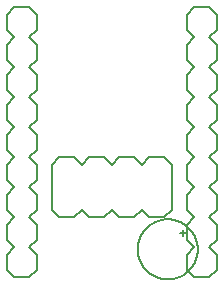
<source format=gtl>
G75*
%MOIN*%
%OFA0B0*%
%FSLAX25Y25*%
%IPPOS*%
%LPD*%
%AMOC8*
5,1,8,0,0,1.08239X$1,22.5*
%
%ADD10C,0.00600*%
%ADD11C,0.00800*%
D10*
X0021500Y0021925D02*
X0019000Y0024425D01*
X0019000Y0039425D01*
X0021500Y0041925D01*
X0026500Y0041925D01*
X0029000Y0039425D01*
X0031500Y0041925D01*
X0036500Y0041925D01*
X0039000Y0039425D01*
X0041500Y0041925D01*
X0046500Y0041925D01*
X0049000Y0039425D01*
X0051500Y0041925D01*
X0056500Y0041925D01*
X0059000Y0039425D01*
X0059000Y0024425D01*
X0056500Y0021925D01*
X0051500Y0021925D01*
X0049000Y0024425D01*
X0046500Y0021925D01*
X0041500Y0021925D01*
X0039000Y0024425D01*
X0036500Y0021925D01*
X0031500Y0021925D01*
X0029000Y0024425D01*
X0026500Y0021925D01*
X0021500Y0021925D01*
X0047750Y0011300D02*
X0047753Y0011545D01*
X0047762Y0011791D01*
X0047777Y0012036D01*
X0047798Y0012280D01*
X0047825Y0012524D01*
X0047858Y0012767D01*
X0047897Y0013010D01*
X0047942Y0013251D01*
X0047993Y0013491D01*
X0048050Y0013730D01*
X0048112Y0013967D01*
X0048181Y0014203D01*
X0048255Y0014437D01*
X0048335Y0014669D01*
X0048420Y0014899D01*
X0048511Y0015127D01*
X0048608Y0015352D01*
X0048710Y0015576D01*
X0048818Y0015796D01*
X0048931Y0016014D01*
X0049049Y0016229D01*
X0049173Y0016441D01*
X0049301Y0016650D01*
X0049435Y0016856D01*
X0049574Y0017058D01*
X0049718Y0017257D01*
X0049867Y0017452D01*
X0050020Y0017644D01*
X0050178Y0017832D01*
X0050340Y0018016D01*
X0050508Y0018195D01*
X0050679Y0018371D01*
X0050855Y0018542D01*
X0051034Y0018710D01*
X0051218Y0018872D01*
X0051406Y0019030D01*
X0051598Y0019183D01*
X0051793Y0019332D01*
X0051992Y0019476D01*
X0052194Y0019615D01*
X0052400Y0019749D01*
X0052609Y0019877D01*
X0052821Y0020001D01*
X0053036Y0020119D01*
X0053254Y0020232D01*
X0053474Y0020340D01*
X0053698Y0020442D01*
X0053923Y0020539D01*
X0054151Y0020630D01*
X0054381Y0020715D01*
X0054613Y0020795D01*
X0054847Y0020869D01*
X0055083Y0020938D01*
X0055320Y0021000D01*
X0055559Y0021057D01*
X0055799Y0021108D01*
X0056040Y0021153D01*
X0056283Y0021192D01*
X0056526Y0021225D01*
X0056770Y0021252D01*
X0057014Y0021273D01*
X0057259Y0021288D01*
X0057505Y0021297D01*
X0057750Y0021300D01*
X0057995Y0021297D01*
X0058241Y0021288D01*
X0058486Y0021273D01*
X0058730Y0021252D01*
X0058974Y0021225D01*
X0059217Y0021192D01*
X0059460Y0021153D01*
X0059701Y0021108D01*
X0059941Y0021057D01*
X0060180Y0021000D01*
X0060417Y0020938D01*
X0060653Y0020869D01*
X0060887Y0020795D01*
X0061119Y0020715D01*
X0061349Y0020630D01*
X0061577Y0020539D01*
X0061802Y0020442D01*
X0062026Y0020340D01*
X0062246Y0020232D01*
X0062464Y0020119D01*
X0062679Y0020001D01*
X0062891Y0019877D01*
X0063100Y0019749D01*
X0063306Y0019615D01*
X0063508Y0019476D01*
X0063707Y0019332D01*
X0063902Y0019183D01*
X0064094Y0019030D01*
X0064282Y0018872D01*
X0064466Y0018710D01*
X0064645Y0018542D01*
X0064821Y0018371D01*
X0064992Y0018195D01*
X0065160Y0018016D01*
X0065322Y0017832D01*
X0065480Y0017644D01*
X0065633Y0017452D01*
X0065782Y0017257D01*
X0065926Y0017058D01*
X0066065Y0016856D01*
X0066199Y0016650D01*
X0066327Y0016441D01*
X0066451Y0016229D01*
X0066569Y0016014D01*
X0066682Y0015796D01*
X0066790Y0015576D01*
X0066892Y0015352D01*
X0066989Y0015127D01*
X0067080Y0014899D01*
X0067165Y0014669D01*
X0067245Y0014437D01*
X0067319Y0014203D01*
X0067388Y0013967D01*
X0067450Y0013730D01*
X0067507Y0013491D01*
X0067558Y0013251D01*
X0067603Y0013010D01*
X0067642Y0012767D01*
X0067675Y0012524D01*
X0067702Y0012280D01*
X0067723Y0012036D01*
X0067738Y0011791D01*
X0067747Y0011545D01*
X0067750Y0011300D01*
X0067747Y0011055D01*
X0067738Y0010809D01*
X0067723Y0010564D01*
X0067702Y0010320D01*
X0067675Y0010076D01*
X0067642Y0009833D01*
X0067603Y0009590D01*
X0067558Y0009349D01*
X0067507Y0009109D01*
X0067450Y0008870D01*
X0067388Y0008633D01*
X0067319Y0008397D01*
X0067245Y0008163D01*
X0067165Y0007931D01*
X0067080Y0007701D01*
X0066989Y0007473D01*
X0066892Y0007248D01*
X0066790Y0007024D01*
X0066682Y0006804D01*
X0066569Y0006586D01*
X0066451Y0006371D01*
X0066327Y0006159D01*
X0066199Y0005950D01*
X0066065Y0005744D01*
X0065926Y0005542D01*
X0065782Y0005343D01*
X0065633Y0005148D01*
X0065480Y0004956D01*
X0065322Y0004768D01*
X0065160Y0004584D01*
X0064992Y0004405D01*
X0064821Y0004229D01*
X0064645Y0004058D01*
X0064466Y0003890D01*
X0064282Y0003728D01*
X0064094Y0003570D01*
X0063902Y0003417D01*
X0063707Y0003268D01*
X0063508Y0003124D01*
X0063306Y0002985D01*
X0063100Y0002851D01*
X0062891Y0002723D01*
X0062679Y0002599D01*
X0062464Y0002481D01*
X0062246Y0002368D01*
X0062026Y0002260D01*
X0061802Y0002158D01*
X0061577Y0002061D01*
X0061349Y0001970D01*
X0061119Y0001885D01*
X0060887Y0001805D01*
X0060653Y0001731D01*
X0060417Y0001662D01*
X0060180Y0001600D01*
X0059941Y0001543D01*
X0059701Y0001492D01*
X0059460Y0001447D01*
X0059217Y0001408D01*
X0058974Y0001375D01*
X0058730Y0001348D01*
X0058486Y0001327D01*
X0058241Y0001312D01*
X0057995Y0001303D01*
X0057750Y0001300D01*
X0057505Y0001303D01*
X0057259Y0001312D01*
X0057014Y0001327D01*
X0056770Y0001348D01*
X0056526Y0001375D01*
X0056283Y0001408D01*
X0056040Y0001447D01*
X0055799Y0001492D01*
X0055559Y0001543D01*
X0055320Y0001600D01*
X0055083Y0001662D01*
X0054847Y0001731D01*
X0054613Y0001805D01*
X0054381Y0001885D01*
X0054151Y0001970D01*
X0053923Y0002061D01*
X0053698Y0002158D01*
X0053474Y0002260D01*
X0053254Y0002368D01*
X0053036Y0002481D01*
X0052821Y0002599D01*
X0052609Y0002723D01*
X0052400Y0002851D01*
X0052194Y0002985D01*
X0051992Y0003124D01*
X0051793Y0003268D01*
X0051598Y0003417D01*
X0051406Y0003570D01*
X0051218Y0003728D01*
X0051034Y0003890D01*
X0050855Y0004058D01*
X0050679Y0004229D01*
X0050508Y0004405D01*
X0050340Y0004584D01*
X0050178Y0004768D01*
X0050020Y0004956D01*
X0049867Y0005148D01*
X0049718Y0005343D01*
X0049574Y0005542D01*
X0049435Y0005744D01*
X0049301Y0005950D01*
X0049173Y0006159D01*
X0049049Y0006371D01*
X0048931Y0006586D01*
X0048818Y0006804D01*
X0048710Y0007024D01*
X0048608Y0007248D01*
X0048511Y0007473D01*
X0048420Y0007701D01*
X0048335Y0007931D01*
X0048255Y0008163D01*
X0048181Y0008397D01*
X0048112Y0008633D01*
X0048050Y0008870D01*
X0047993Y0009109D01*
X0047942Y0009349D01*
X0047897Y0009590D01*
X0047858Y0009833D01*
X0047825Y0010076D01*
X0047798Y0010320D01*
X0047777Y0010564D01*
X0047762Y0010809D01*
X0047753Y0011055D01*
X0047750Y0011300D01*
X0061750Y0016800D02*
X0062750Y0016800D01*
X0063750Y0016800D01*
X0062750Y0016800D02*
X0062750Y0015800D01*
X0062750Y0016800D02*
X0062750Y0017800D01*
D11*
X0004000Y0009425D02*
X0004000Y0004425D01*
X0006500Y0001925D01*
X0011500Y0001925D01*
X0014000Y0004425D01*
X0014000Y0009425D01*
X0011500Y0011925D01*
X0014000Y0014425D01*
X0014000Y0019425D01*
X0011500Y0021925D01*
X0014000Y0024425D01*
X0014000Y0029425D01*
X0011500Y0031925D01*
X0014000Y0034425D01*
X0014000Y0039425D01*
X0011500Y0041925D01*
X0014000Y0044425D01*
X0014000Y0049425D01*
X0011500Y0051925D01*
X0014000Y0054425D01*
X0014000Y0059425D01*
X0011500Y0061925D01*
X0014000Y0064425D01*
X0014000Y0069425D01*
X0011500Y0071925D01*
X0014000Y0074425D01*
X0014000Y0079425D01*
X0011500Y0081925D01*
X0014000Y0084425D01*
X0014000Y0089425D01*
X0011500Y0091925D01*
X0006500Y0091925D01*
X0004000Y0089425D01*
X0004000Y0084425D01*
X0006500Y0081925D01*
X0004000Y0079425D01*
X0004000Y0074425D01*
X0006500Y0071925D01*
X0004000Y0069425D01*
X0004000Y0064425D01*
X0006500Y0061925D01*
X0004000Y0059425D01*
X0004000Y0054425D01*
X0006500Y0051925D01*
X0004000Y0049425D01*
X0004000Y0044425D01*
X0006500Y0041925D01*
X0004000Y0039425D01*
X0004000Y0034425D01*
X0006500Y0031925D01*
X0004000Y0029425D01*
X0004000Y0024425D01*
X0006500Y0021925D01*
X0004000Y0019425D01*
X0004000Y0014425D01*
X0006500Y0011925D01*
X0004000Y0009425D01*
X0064000Y0009425D02*
X0064000Y0004425D01*
X0066500Y0001925D01*
X0071500Y0001925D01*
X0074000Y0004425D01*
X0074000Y0009425D01*
X0071500Y0011925D01*
X0074000Y0014425D01*
X0074000Y0019425D01*
X0071500Y0021925D01*
X0074000Y0024425D01*
X0074000Y0029425D01*
X0071500Y0031925D01*
X0074000Y0034425D01*
X0074000Y0039425D01*
X0071500Y0041925D01*
X0074000Y0044425D01*
X0074000Y0049425D01*
X0071500Y0051925D01*
X0074000Y0054425D01*
X0074000Y0059425D01*
X0071500Y0061925D01*
X0074000Y0064425D01*
X0074000Y0069425D01*
X0071500Y0071925D01*
X0074000Y0074425D01*
X0074000Y0079425D01*
X0071500Y0081925D01*
X0074000Y0084425D01*
X0074000Y0089425D01*
X0071500Y0091925D01*
X0066500Y0091925D01*
X0064000Y0089425D01*
X0064000Y0084425D01*
X0066500Y0081925D01*
X0064000Y0079425D01*
X0064000Y0074425D01*
X0066500Y0071925D01*
X0064000Y0069425D01*
X0064000Y0064425D01*
X0066500Y0061925D01*
X0064000Y0059425D01*
X0064000Y0054425D01*
X0066500Y0051925D01*
X0064000Y0049425D01*
X0064000Y0044425D01*
X0066500Y0041925D01*
X0064000Y0039425D01*
X0064000Y0034425D01*
X0066500Y0031925D01*
X0064000Y0029425D01*
X0064000Y0024425D01*
X0066500Y0021925D01*
X0064000Y0019425D01*
X0064000Y0014425D01*
X0066500Y0011925D01*
X0064000Y0009425D01*
M02*

</source>
